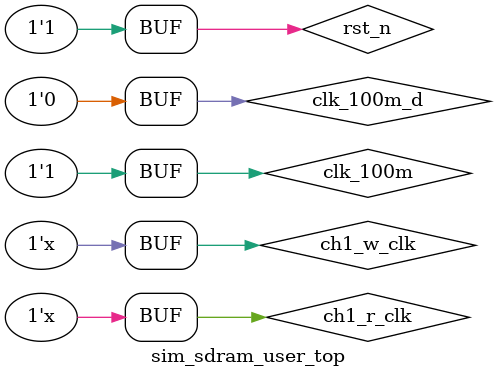
<source format=v>
`include "timescale.v"
`include "sdram_para.v"

module sim_sdram_user_top(); 

reg     rst_n;
reg     clk_100m;
reg     clk_100m_d;
reg     ch1_w_clk;
reg     ch1_r_clk;

initial begin
        clk_100m    = 1'b0;
        clk_100m_d  = 1'b0;
        ch1_w_clk   = 1'b0;
        ch1_r_clk   = 1'b0;
        rst_n       = 1'b0;
    #50 rst_n       = 1'b1;
end

always begin
    #1  clk_100m = 1'b0;
    #1  clk_100m = 1'b0;
    #1  clk_100m = 1'b0;
    #1  clk_100m = 1'b0;
    #1  clk_100m = 1'b0;
    #1  clk_100m = 1'b1;
    #1  clk_100m = 1'b1;
    #1  clk_100m = 1'b1;
    #1  clk_100m = 1'b1;
    #1  clk_100m = 1'b1;
end

always begin
    #1  clk_100m_d = 1'b0;
    #1  clk_100m_d = 1'b0;
    #1  clk_100m_d = 1'b0;
    #1  clk_100m_d = 1'b0;
    #1  clk_100m_d = 1'b1;
    #1  clk_100m_d = 1'b1;
    #1  clk_100m_d = 1'b1;
    #1  clk_100m_d = 1'b1;
    #1  clk_100m_d = 1'b1;
    #1  clk_100m_d = 1'b0;
end

always begin
    #4  ch1_w_clk = ~ch1_w_clk;
end

always begin
    #6  ch1_r_clk = ~ch1_r_clk;
end



wire            sdram_busy;
wire            sdram_init_done;
reg     [31:0]  ch1_w_data;
reg             ch1_w_fi_en;
reg             ch1_w_dr_en;

//写入1到256
always@(posedge ch1_w_clk or negedge rst_n) begin
    if(!rst_n) begin
        ch1_w_data[31:0] <= #1 32'd0;
    end
    else if(ch1_w_data[31:0] < 32'd256) begin
        ch1_w_data[31:0] <= #1 ch1_w_data[31:0] + 32'd1;
    end
end

//写fifo使能
always@(posedge ch1_w_clk or negedge rst_n) begin
    if(!rst_n) begin
        ch1_w_fi_en <= #1 1'b0;
    end
    else if(ch1_w_data[31:0] < 32'd256) begin
        ch1_w_fi_en <= #1 1'b1;
    end
    else begin
        ch1_w_fi_en <= #1 1'b0;
    end
end

//写ram使能
reg  ch1_w_flag;
always@(posedge ch1_w_clk or negedge rst_n) begin
    if(!rst_n) begin
        ch1_w_dr_en <= #1 1'b0;
        ch1_w_flag <= #1 1'b0;
    end
    else if((ch1_w_data[31:0] == 32'd256) && (sdram_init_done == 1'b1) && (ch1_w_flag == 1'b0)) begin
        ch1_w_dr_en <= #1 1'b1;
        ch1_w_flag <= #1 1'b1;
    end
    else begin
        ch1_w_dr_en <= #1 1'b0;
        ch1_w_flag <= #1 ch1_w_flag;
    end
end

wire    [31:0]  dram_Dq   ;
wire    [10:0]  dram_Addr ;
wire    [1:0]   dram_Ba   ;
wire            dram_Cke  ;
wire            dram_Cs_n ;
wire            dram_Ras_n;
wire            dram_Cas_n;
wire            dram_We_n ;
wire    [3:0]   dram_Dqm  ;

sdram_user_top u_sdram_user_top(
    .clk                 (clk_100m          ),//系统时钟
    .rst_n               (rst_n             ),//复位信号，低电平有效

    .sdram_cke           (dram_Cke          ),//SDRAM时钟有效信号
    .sdram_cs_n          (dram_Cs_n         ),//SDRAM片选信号
    .sdram_ras_n         (dram_Ras_n        ),//SDRAM行地址选通脉冲
    .sdram_cas_n         (dram_Cas_n        ),//SDRAM列地址选通脉冲
    .sdram_we_n          (dram_We_n         ),//SDRAM写允许位
    .sdram_addr          (dram_Addr         ),//SDRAM地址总线
    .sdram_ba            (dram_Ba           ),//SDRAM的L-Bank地址线
    .sdram_data          (dram_Dq           ),//SDRAM数据总线
    .sdram_dqm           (dram_Dqm          ),//SDRAM低字节屏蔽

    //SDRAM状态信号
    .sdram_init_done     (sdram_init_done   ),//o系统初始化完毕信号
    .sdram_busy          (sdram_busy        ),//oSDRAM忙标志，高表示SDRAM处于工作中

    //用户接口, 优先级ch1_w > ch1_r > ch2_w > ch2_r > ch3_w > ch3_r
    .ch1_w_clk           (ch1_w_clk         ),//i 写时钟
    .ch1_w_addr          (21'd2             ),//i [20:0]写地址
    .ch1_w_number        (9'd256            ),//i [8:0] 写入的数量
    .ch1_w_data          (ch1_w_data[31:0]  ),//i [31:0]写入的数据
    .ch1_w_fi_en         (ch1_w_fi_en       ),//i 写fifo使能
    .ch1_w_dr_en         (ch1_w_dr_en       ),//i 写dram使能
    .ch1_w_ack           (),//o 开始写应答
    .ch1_w_done          (),//o 写完成

    .ch1_r_clk           (ch1_r_clk         ),//i 读时钟
    .ch1_r_addr          (21'd2            ),//i [20:0]读地址
    .ch1_r_number        (9'd255            ),//i [8:0] 读出的数量
    .ch1_r_data          (                  ),//o [31:0]读出的数据
    .ch1_r_fo_en         (1'b0              ),//i 读fifo使能
    .ch1_r_dr_en         (1'b1              ),//i 读dram使能
    .ch1_r_ack           (),//o 读应答, 表示已开始传输数据
    .ch1_r_done          (),//o 读完成

    .ch2_w_clk           (1'b0              ),//i 写时钟
    .ch2_w_addr          (21'h0             ),//i [20:0]写地址
    .ch2_w_number        (9'h0              ),//i [8:0] 写入的数量
    .ch2_w_data          (32'h0             ),//i [31:0]写入的数据
    .ch2_w_fi_en         (1'b0              ),//i 写fifo使能
    .ch2_w_dr_en         (1'b0              ),//i 写dram使能
    .ch2_w_ack           (),//o 开始写应答
    .ch2_w_done          (),//o 写完成

    .ch2_r_clk           (1'b0              ),//i 读时钟
    .ch2_r_addr          (21'h0             ),//i [20:0]读地址
    .ch2_r_number        (9'h0              ),//i [8:0] 读出的数量
    .ch2_r_data          (),//o [31:0]读出的数据
    .ch2_r_fo_en         (1'b0              ),//i 读fifo使能
    .ch2_r_dr_en         (1'b0              ),//i 读dram使能
    .ch2_r_ack           (),//o 读应答, 表示已开始传输数据
    .ch2_r_done          (),//o 读完成

    .ch3_w_clk           (1'b0              ),//i 写时钟
    .ch3_w_addr          (21'h0             ),//i [20:0]写地址
    .ch3_w_number        (9'h0              ),//i [8:0] 写入的数量
    .ch3_w_data          (32'h0             ),//i [31:0]写入的数据
    .ch3_w_fi_en         (1'b0              ),//i 写fifo使能
    .ch3_w_dr_en         (1'b0              ),//i 写dram使能
    .ch3_w_ack           (),//o 开始写应答
    .ch3_w_done          (),//o 写完成

    .ch3_r_clk           (1'b0              ),//i 读时钟
    .ch3_r_addr          (21'h0             ),//i [20:0]读地址
    .ch3_r_number        (9'h0              ),//i [8:0] 读出的数量
    .ch3_r_data          (),//o [31:0]读出的数据
    .ch3_r_fo_en         (1'b0              ),//i 读fifo使能
    .ch3_r_dr_en         (1'b0              ),//i 读dram使能
    .ch3_r_ack           (),//o 读应答, 表示已开始传输数据
    .ch3_r_done          () //o 读完成
);

IS42s32200 u_IS42s32200(
    .Dq                  (dram_Dq           ),// 32
    .Addr                (dram_Addr         ),// 11
    .Ba                  (dram_Ba           ),// 2
    .Clk                 (clk_100m_d        ),// 
    .Cke                 (dram_Cke          ),// 
    .Cs_n                (dram_Cs_n         ),// 
    .Ras_n               (dram_Ras_n        ),// 
    .Cas_n               (dram_Cas_n        ),// 
    .We_n                (dram_We_n         ),// 
    .Dqm                 (dram_Dqm          ) // 4
);

endmodule
</source>
